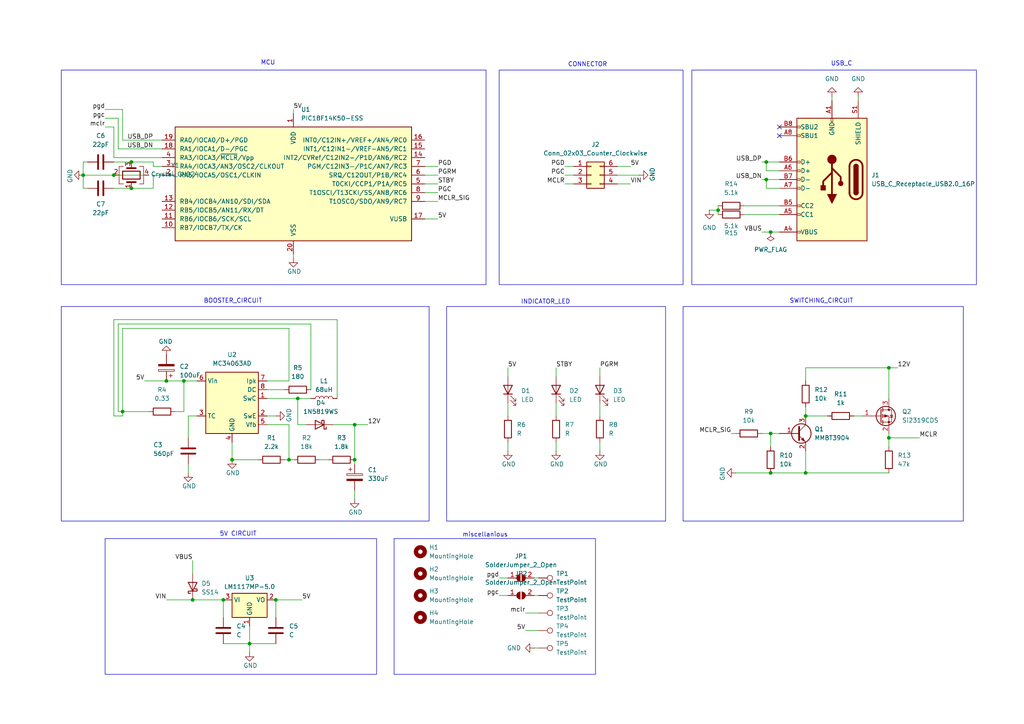
<source format=kicad_sch>
(kicad_sch (version 20231120) (generator "eeschema") (generator_version "8.0")
  (paper "A4")
  (title_block (rev "1.0"))
  (lib_symbols
    (symbol "Connector:TestPoint" (pin_numbers hide) (pin_names (offset 0.762) hide)
      (property "Reference" "TP" (at 0 6.858 0))
      (property "Value" "TestPoint" (at 0 5.08 0))
      (symbol "TestPoint_0_1"
        (circle (center 0 3.302) (radius 0.762))
      )
      (symbol "TestPoint_1_1"
        (pin passive line (at 0 0 90) (length 2.54) (name "1") (number "1"))
      )
    )
    (symbol "Connector:USB_C_Receptacle_USB2.0_16P" (pin_names (offset 1.016))
      (property "Reference" "J" (at 0 22.225 0))
      (property "Value" "USB_C_Receptacle_USB2.0_16P" (at 0 19.685 0))
      (symbol "USB_C_Receptacle_USB2.0_16P_0_0"
        (rectangle (start -0.254 -17.78) (end 0.254 -16.764))
        (rectangle (start 10.16 -14.986) (end 9.144 -15.494))
        (rectangle (start 10.16 -12.446) (end 9.144 -12.954))
        (rectangle (start 10.16 -4.826) (end 9.144 -5.334))
        (rectangle (start 10.16 -2.286) (end 9.144 -2.794))
        (rectangle (start 10.16 0.254) (end 9.144 -0.254))
        (rectangle (start 10.16 2.794) (end 9.144 2.286))
        (rectangle (start 10.16 7.874) (end 9.144 7.366))
        (rectangle (start 10.16 10.414) (end 9.144 9.906))
        (rectangle (start 10.16 15.494) (end 9.144 14.986))
      )
      (symbol "USB_C_Receptacle_USB2.0_16P_0_1"
        (rectangle (start -10.16 17.78) (end 10.16 -17.78) (stroke (width 0.254)) (fill (type background)))
        (arc (start -8.89 -3.81) (mid -6.985 -5.7067) (end -5.08 -3.81) (stroke (width 0.508)))
        (arc (start -7.62 -3.81) (mid -6.985 -4.4423) (end -6.35 -3.81) (stroke (width 0.254)))
        (arc (start -7.62 -3.81) (mid -6.985 -4.4423) (end -6.35 -3.81) (stroke (width 0.254)) (fill (type outline)))
        (rectangle (start -7.62 -3.81) (end -6.35 3.81) (stroke (width 0.254)) (fill (type outline)))
        (arc (start -6.35 3.81) (mid -6.985 4.4423) (end -7.62 3.81) (stroke (width 0.254)))
        (arc (start -6.35 3.81) (mid -6.985 4.4423) (end -7.62 3.81) (stroke (width 0.254)) (fill (type outline)))
        (arc (start -5.08 3.81) (mid -6.985 5.7067) (end -8.89 3.81) (stroke (width 0.508)))
        (circle (center -2.54 1.143) (radius 0.635) (stroke (width 0.254)) (fill (type outline)))
        (circle (center 0 -5.842) (radius 1.27) (fill (type outline)))
        (polyline (pts (xy -8.89 -3.81) (xy -8.89 3.81)) (stroke (width 0.508)))
        (polyline (pts (xy -5.08 3.81) (xy -5.08 -3.81)) (stroke (width 0.508)))
        (polyline (pts (xy 0 -5.842) (xy 0 4.318)) (stroke (width 0.508)))
        (polyline (pts (xy 0 -3.302) (xy -2.54 -0.762) (xy -2.54 0.508)) (stroke (width 0.508)))
        (polyline (pts (xy 0 -2.032) (xy 2.54 0.508) (xy 2.54 1.778)) (stroke (width 0.508)))
        (polyline (pts (xy -1.27 4.318) (xy 0 6.858) (xy 1.27 4.318) (xy -1.27 4.318)) (stroke (width 0.254)) (fill (type outline)))
        (rectangle (start 1.905 1.778) (end 3.175 3.048) (stroke (width 0.254)) (fill (type outline)))
      )
      (symbol "USB_C_Receptacle_USB2.0_16P_1_1"
        (pin passive line (at 0 -22.86 90) (length 5.08) (name "GND") (number "A1"))
        (pin passive line (at 0 -22.86 90) (length 5.08) hide (name "GND") (number "A12"))
        (pin passive line (at 15.24 15.24 180) (length 5.08) (name "VBUS") (number "A4"))
        (pin bidirectional line (at 15.24 10.16 180) (length 5.08) (name "CC1") (number "A5"))
        (pin bidirectional line (at 15.24 -2.54 180) (length 5.08) (name "D+") (number "A6"))
        (pin bidirectional line (at 15.24 2.54 180) (length 5.08) (name "D-") (number "A7"))
        (pin bidirectional line (at 15.24 -12.7 180) (length 5.08) (name "SBU1") (number "A8"))
        (pin passive line (at 15.24 15.24 180) (length 5.08) hide (name "VBUS") (number "A9"))
        (pin passive line (at 0 -22.86 90) (length 5.08) hide (name "GND") (number "B1"))
        (pin passive line (at 0 -22.86 90) (length 5.08) hide (name "GND") (number "B12"))
        (pin passive line (at 15.24 15.24 180) (length 5.08) hide (name "VBUS") (number "B4"))
        (pin bidirectional line (at 15.24 7.62 180) (length 5.08) (name "CC2") (number "B5"))
        (pin bidirectional line (at 15.24 -5.08 180) (length 5.08) (name "D+") (number "B6"))
        (pin bidirectional line (at 15.24 0 180) (length 5.08) (name "D-") (number "B7"))
        (pin bidirectional line (at 15.24 -15.24 180) (length 5.08) (name "SBU2") (number "B8"))
        (pin passive line (at 15.24 15.24 180) (length 5.08) hide (name "VBUS") (number "B9"))
        (pin passive line (at -7.62 -22.86 90) (length 5.08) (name "SHIELD") (number "S1"))
      )
    )
    (symbol "Connector_Generic:Conn_02x03_Counter_Clockwise" (pin_names (offset 1.016) hide)
      (property "Reference" "J" (at 1.27 5.08 0))
      (property "Value" "Conn_02x03_Counter_Clockwise" (at 1.27 -5.08 0))
      (symbol "Conn_02x03_Counter_Clockwise_1_1"
        (rectangle (start -1.27 -2.413) (end 0 -2.667) (stroke (width 0.1524)))
        (rectangle (start -1.27 0.127) (end 0 -0.127) (stroke (width 0.1524)))
        (rectangle (start -1.27 2.667) (end 0 2.413) (stroke (width 0.1524)))
        (rectangle (start -1.27 3.81) (end 3.81 -3.81) (stroke (width 0.254)) (fill (type background)))
        (rectangle (start 3.81 -2.413) (end 2.54 -2.667) (stroke (width 0.1524)))
        (rectangle (start 3.81 0.127) (end 2.54 -0.127) (stroke (width 0.1524)))
        (rectangle (start 3.81 2.667) (end 2.54 2.413) (stroke (width 0.1524)))
        (pin passive line (at -5.08 2.54 0) (length 3.81) (name "Pin_1") (number "1"))
        (pin passive line (at -5.08 0 0) (length 3.81) (name "Pin_2") (number "2"))
        (pin passive line (at -5.08 -2.54 0) (length 3.81) (name "Pin_3") (number "3"))
        (pin passive line (at 7.62 -2.54 180) (length 3.81) (name "Pin_4") (number "4"))
        (pin passive line (at 7.62 0 180) (length 3.81) (name "Pin_5") (number "5"))
        (pin passive line (at 7.62 2.54 180) (length 3.81) (name "Pin_6") (number "6"))
      )
    )
    (symbol "Device:C" (pin_numbers hide) (pin_names (offset 0.254))
      (property "Reference" "C" (at 0.635 2.54 0))
      (property "Value" "C" (at 0.635 -2.54 0))
      (symbol "C_0_1"
        (polyline (pts (xy -2.032 -0.762) (xy 2.032 -0.762)) (stroke (width 0.508)))
        (polyline (pts (xy -2.032 0.762) (xy 2.032 0.762)) (stroke (width 0.508)))
      )
      (symbol "C_1_1"
        (pin passive line (at 0 3.81 270) (length 2.794) (name "~") (number "1"))
        (pin passive line (at 0 -3.81 90) (length 2.794) (name "~") (number "2"))
      )
    )
    (symbol "Device:C_Polarized" (pin_numbers hide) (pin_names (offset 0.254))
      (property "Reference" "C" (at 0.635 2.54 0))
      (property "Value" "C_Polarized" (at 0.635 -2.54 0))
      (symbol "C_Polarized_0_1"
        (rectangle (start -2.286 0.508) (end 2.286 1.016))
        (polyline (pts (xy -1.778 2.286) (xy -0.762 2.286)))
        (polyline (pts (xy -1.27 2.794) (xy -1.27 1.778)))
        (rectangle (start 2.286 -0.508) (end -2.286 -1.016) (fill (type outline)))
      )
      (symbol "C_Polarized_1_1"
        (pin passive line (at 0 3.81 270) (length 2.794) (name "~") (number "1"))
        (pin passive line (at 0 -3.81 90) (length 2.794) (name "~") (number "2"))
      )
    )
    (symbol "Device:Crystal_GND24" (pin_names (offset 1.016) hide)
      (property "Reference" "Y" (at 3.175 5.08 0))
      (property "Value" "Crystal_GND24" (at 3.175 3.175 0))
      (symbol "Crystal_GND24_0_1"
        (rectangle (start -1.143 2.54) (end 1.143 -2.54) (stroke (width 0.3048)))
        (polyline (pts (xy -2.54 0) (xy -2.032 0)))
        (polyline (pts (xy -2.032 -1.27) (xy -2.032 1.27)) (stroke (width 0.508)))
        (polyline (pts (xy 0 -3.81) (xy 0 -3.556)))
        (polyline (pts (xy 0 3.556) (xy 0 3.81)))
        (polyline (pts (xy 2.032 -1.27) (xy 2.032 1.27)) (stroke (width 0.508)))
        (polyline (pts (xy 2.032 0) (xy 2.54 0)))
        (polyline (pts (xy -2.54 -2.286) (xy -2.54 -3.556) (xy 2.54 -3.556) (xy 2.54 -2.286)))
        (polyline (pts (xy -2.54 2.286) (xy -2.54 3.556) (xy 2.54 3.556) (xy 2.54 2.286)))
      )
      (symbol "Crystal_GND24_1_1"
        (pin passive line (at -3.81 0 0) (length 1.27) (name "1") (number "1"))
        (pin passive line (at 0 5.08 270) (length 1.27) (name "2") (number "2"))
        (pin passive line (at 3.81 0 180) (length 1.27) (name "3") (number "3"))
        (pin passive line (at 0 -5.08 90) (length 1.27) (name "4") (number "4"))
      )
    )
    (symbol "Device:L" (pin_numbers hide) (pin_names (offset 1.016) hide)
      (property "Reference" "L" (at -1.27 0 90))
      (property "Value" "L" (at 1.905 0 90))
      (symbol "L_0_1"
        (arc (start 0 -2.54) (mid 0.6323 -1.905) (end 0 -1.27))
        (arc (start 0 -1.27) (mid 0.6323 -0.635) (end 0 0))
        (arc (start 0 0) (mid 0.6323 0.635) (end 0 1.27))
        (arc (start 0 1.27) (mid 0.6323 1.905) (end 0 2.54))
      )
      (symbol "L_1_1"
        (pin passive line (at 0 3.81 270) (length 1.27) (name "1") (number "1"))
        (pin passive line (at 0 -3.81 90) (length 1.27) (name "2") (number "2"))
      )
    )
    (symbol "Device:LED" (pin_numbers hide) (pin_names (offset 1.016) hide)
      (property "Reference" "D" (at 0 2.54 0))
      (property "Value" "LED" (at 0 -2.54 0))
      (symbol "LED_0_1"
        (polyline (pts (xy -1.27 -1.27) (xy -1.27 1.27)) (stroke (width 0.254)))
        (polyline (pts (xy -1.27 0) (xy 1.27 0)))
        (polyline (pts (xy 1.27 -1.27) (xy 1.27 1.27) (xy -1.27 0) (xy 1.27 -1.27)) (stroke (width 0.254)))
        (polyline (pts (xy -3.048 -0.762) (xy -4.572 -2.286) (xy -3.81 -2.286) (xy -4.572 -2.286) (xy -4.572 -1.524)))
        (polyline (pts (xy -1.778 -0.762) (xy -3.302 -2.286) (xy -2.54 -2.286) (xy -3.302 -2.286) (xy -3.302 -1.524)))
      )
      (symbol "LED_1_1"
        (pin passive line (at -3.81 0 0) (length 2.54) (name "K") (number "1"))
        (pin passive line (at 3.81 0 180) (length 2.54) (name "A") (number "2"))
      )
    )
    (symbol "Device:R" (pin_numbers hide) (pin_names (offset 0))
      (property "Reference" "R" (at 2.032 0 90))
      (property "Value" "R" (at 0 0 90))
      (symbol "R_0_1"
        (rectangle (start -1.016 -2.54) (end 1.016 2.54) (stroke (width 0.254)))
      )
      (symbol "R_1_1"
        (pin passive line (at 0 3.81 270) (length 1.27) (name "~") (number "1"))
        (pin passive line (at 0 -3.81 90) (length 1.27) (name "~") (number "2"))
      )
    )
    (symbol "Diode:1N5819WS" (pin_numbers hide) (pin_names (offset 1.016) hide)
      (property "Reference" "D" (at 0 2.54 0))
      (property "Value" "1N5819WS" (at 0 -2.54 0))
      (symbol "1N5819WS_0_1"
        (polyline (pts (xy 1.27 0) (xy -1.27 0)))
        (polyline (pts (xy 1.27 1.27) (xy 1.27 -1.27) (xy -1.27 0) (xy 1.27 1.27)) (stroke (width 0.254)))
        (polyline (pts (xy -1.905 0.635) (xy -1.905 1.27) (xy -1.27 1.27) (xy -1.27 -1.27) (xy -0.635 -1.27) (xy -0.635 -0.635)) (stroke (width 0.254)))
      )
      (symbol "1N5819WS_1_1"
        (pin passive line (at -3.81 0 0) (length 2.54) (name "K") (number "1"))
        (pin passive line (at 3.81 0 180) (length 2.54) (name "A") (number "2"))
      )
    )
    (symbol "Diode:SS14" (pin_numbers hide) (pin_names (offset 1.016) hide)
      (property "Reference" "D" (at 0 2.54 0))
      (property "Value" "SS14" (at 0 -2.54 0))
      (symbol "SS14_0_1"
        (polyline (pts (xy 1.27 0) (xy -1.27 0)))
        (polyline (pts (xy 1.27 1.27) (xy 1.27 -1.27) (xy -1.27 0) (xy 1.27 1.27)) (stroke (width 0.254)))
        (polyline (pts (xy -1.905 0.635) (xy -1.905 1.27) (xy -1.27 1.27) (xy -1.27 -1.27) (xy -0.635 -1.27) (xy -0.635 -0.635)) (stroke (width 0.254)))
      )
      (symbol "SS14_1_1"
        (pin passive line (at -3.81 0 0) (length 2.54) (name "K") (number "1"))
        (pin passive line (at 3.81 0 180) (length 2.54) (name "A") (number "2"))
      )
    )
    (symbol "Jumper:SolderJumper_2_Open" (pin_names (offset 0) hide)
      (property "Reference" "JP" (at 0 2.032 0))
      (property "Value" "SolderJumper_2_Open" (at 0 -2.54 0))
      (symbol "SolderJumper_2_Open_0_1"
        (arc (start -0.254 1.016) (mid -1.2656 0) (end -0.254 -1.016))
        (arc (start -0.254 1.016) (mid -1.2656 0) (end -0.254 -1.016) (fill (type outline)))
        (polyline (pts (xy -0.254 1.016) (xy -0.254 -1.016)))
        (polyline (pts (xy 0.254 1.016) (xy 0.254 -1.016)))
        (arc (start 0.254 -1.016) (mid 1.2656 0) (end 0.254 1.016))
        (arc (start 0.254 -1.016) (mid 1.2656 0) (end 0.254 1.016) (fill (type outline)))
      )
      (symbol "SolderJumper_2_Open_1_1"
        (pin passive line (at -3.81 0 0) (length 2.54) (name "A") (number "1"))
        (pin passive line (at 3.81 0 180) (length 2.54) (name "B") (number "2"))
      )
    )
    (symbol "MCU_Microchip_PIC18:PIC18F14K50-ESS" (pin_names (offset 1.27))
      (property "Reference" "U" (at -33.02 17.78 0))
      (property "Value" "PIC18F14K50-ESS" (at 22.86 -17.78 0))
      (symbol "PIC18F14K50-ESS_0_1"
        (rectangle (start -34.29 16.51) (end 34.29 -16.51) (stroke (width 0.254)) (fill (type background)))
      )
      (symbol "PIC18F14K50-ESS_1_1"
        (pin power_in line (at 0 20.32 270) (length 3.81) (name "VDD") (number "1"))
        (pin bidirectional line (at -38.1 -12.7 0) (length 3.81) (name "RB7/IOCB7/TX/CK") (number "10"))
        (pin bidirectional line (at -38.1 -10.16 0) (length 3.81) (name "RB6/IOCB6/SCK/SCL") (number "11"))
        (pin bidirectional line (at -38.1 -7.62 0) (length 3.81) (name "RB5/IOCB5/AN11/RX/DT") (number "12"))
        (pin bidirectional line (at -38.1 -5.08 0) (length 3.81) (name "RB4/IOCB4/AN10/SDI/SDA") (number "13"))
        (pin bidirectional line (at 38.1 7.62 180) (length 3.81) (name "INT2/CVRef/C12IN2-/P1D/AN6/RC2") (number "14"))
        (pin bidirectional line (at 38.1 10.16 180) (length 3.81) (name "INT1/C12IN1-/VREF-AN5/RC1") (number "15"))
        (pin bidirectional line (at 38.1 12.7 180) (length 3.81) (name "INT0/C12IN+/VREF+/AN4/RC0") (number "16"))
        (pin passive line (at 38.1 -10.16 180) (length 3.81) (name "VUSB") (number "17"))
        (pin bidirectional line (at -38.1 10.16 0) (length 3.81) (name "RA1/IOCA1/D-/PGC") (number "18"))
        (pin bidirectional line (at -38.1 12.7 0) (length 3.81) (name "RA0/IOCA0/D+/PGD") (number "19"))
        (pin bidirectional line (at -38.1 2.54 0) (length 3.81) (name "RA5/IOCA5/OSC1/CLKIN") (number "2"))
        (pin power_in line (at 0 -20.32 90) (length 3.81) (name "VSS") (number "20"))
        (pin bidirectional line (at -38.1 5.08 0) (length 3.81) (name "RA4/IOCA3/AN3/OSC2/CLKOUT") (number "3"))
        (pin input line (at -38.1 7.62 0) (length 3.81) (name "RA3/IOCA3/~{MCLR}/Vpp") (number "4"))
        (pin bidirectional line (at 38.1 0 180) (length 3.81) (name "T0CKI/CCP1/P1A/RC5") (number "5"))
        (pin bidirectional line (at 38.1 2.54 180) (length 3.81) (name "SRQ/C12OUT/P1B/RC4") (number "6"))
        (pin bidirectional line (at 38.1 5.08 180) (length 3.81) (name "PGM/C12IN3-/P1C/AN7/RC3") (number "7"))
        (pin bidirectional line (at 38.1 -2.54 180) (length 3.81) (name "T1OSCI/T13CKI/SS/AN8/RC6") (number "8"))
        (pin bidirectional line (at 38.1 -5.08 180) (length 3.81) (name "T1OSCO/SDO/AN9/RC7") (number "9"))
      )
    )
    (symbol "Mechanical:MountingHole" (pin_names (offset 1.016))
      (property "Reference" "H" (at 0 5.08 0))
      (property "Value" "MountingHole" (at 0 3.175 0))
      (symbol "MountingHole_0_1"
        (circle (center 0 0) (radius 1.27) (stroke (width 1.27)))
      )
    )
    (symbol "Regulator_Linear:LM1117MP-5.0"
      (property "Reference" "U" (at -3.81 3.175 0))
      (property "Value" "LM1117MP-5.0" (at 0 3.175 0))
      (symbol "LM1117MP-5.0_0_1"
        (rectangle (start -5.08 -5.08) (end 5.08 1.905) (stroke (width 0.254)) (fill (type background)))
      )
      (symbol "LM1117MP-5.0_1_1"
        (pin power_in line (at 0 -7.62 90) (length 2.54) (name "GND") (number "1"))
        (pin power_out line (at 7.62 0 180) (length 2.54) (name "VO") (number "2"))
        (pin power_in line (at -7.62 0 0) (length 2.54) (name "VI") (number "3"))
      )
    )
    (symbol "Regulator_Switching:MC34063AD"
      (property "Reference" "U" (at -7.62 8.89 0))
      (property "Value" "MC34063AD" (at 0 8.89 0))
      (symbol "MC34063AD_0_1"
        (rectangle (start -7.62 7.62) (end 7.62 -10.16) (stroke (width 0.254)) (fill (type background)))
      )
      (symbol "MC34063AD_1_1"
        (pin open_collector line (at 10.16 0 180) (length 2.54) (name "SwC") (number "1"))
        (pin open_emitter line (at 10.16 -5.08 180) (length 2.54) (name "SwE") (number "2"))
        (pin passive line (at -10.16 -5.08 0) (length 2.54) (name "TC") (number "3"))
        (pin power_in line (at 0 -12.7 90) (length 2.54) (name "GND") (number "4"))
        (pin input line (at 10.16 -7.62 180) (length 2.54) (name "Vfb") (number "5"))
        (pin power_in line (at -10.16 5.08 0) (length 2.54) (name "Vin") (number "6"))
        (pin input line (at 10.16 5.08 180) (length 2.54) (name "Ipk") (number "7"))
        (pin open_collector line (at 10.16 2.54 180) (length 2.54) (name "DC") (number "8"))
      )
    )
    (symbol "Transistor_BJT:MMBT3904" (pin_names (offset 0) hide)
      (property "Reference" "Q" (at 5.08 1.905 0))
      (property "Value" "MMBT3904" (at 5.08 0 0))
      (symbol "MMBT3904_0_1"
        (polyline (pts (xy 0.635 0.635) (xy 2.54 2.54)))
        (polyline (pts (xy 0.635 -0.635) (xy 2.54 -2.54) (xy 2.54 -2.54)))
        (polyline (pts (xy 0.635 1.905) (xy 0.635 -1.905) (xy 0.635 -1.905)) (stroke (width 0.508)))
        (polyline (pts (xy 1.27 -1.778) (xy 1.778 -1.27) (xy 2.286 -2.286) (xy 1.27 -1.778) (xy 1.27 -1.778)) (fill (type outline)))
        (circle (center 1.27 0) (radius 2.8194) (stroke (width 0.254)))
      )
      (symbol "MMBT3904_1_1"
        (pin input line (at -5.08 0 0) (length 5.715) (name "B") (number "1"))
        (pin passive line (at 2.54 -5.08 90) (length 2.54) (name "E") (number "2"))
        (pin passive line (at 2.54 5.08 270) (length 2.54) (name "C") (number "3"))
      )
    )
    (symbol "Transistor_FET:Si2319CDS" (pin_names hide)
      (property "Reference" "Q" (at 5.08 1.905 0))
      (property "Value" "Si2319CDS" (at 5.08 0 0))
      (symbol "Si2319CDS_0_1"
        (polyline (pts (xy 0.254 0) (xy -2.54 0)))
        (polyline (pts (xy 0.254 1.905) (xy 0.254 -1.905)) (stroke (width 0.254)))
        (polyline (pts (xy 0.762 -1.27) (xy 0.762 -2.286)) (stroke (width 0.254)))
        (polyline (pts (xy 0.762 0.508) (xy 0.762 -0.508)) (stroke (width 0.254)))
        (polyline (pts (xy 0.762 2.286) (xy 0.762 1.27)) (stroke (width 0.254)))
        (polyline (pts (xy 2.54 2.54) (xy 2.54 1.778)))
        (polyline (pts (xy 2.54 -2.54) (xy 2.54 0) (xy 0.762 0)))
        (polyline (pts (xy 0.762 1.778) (xy 3.302 1.778) (xy 3.302 -1.778) (xy 0.762 -1.778)))
        (polyline (pts (xy 2.286 0) (xy 1.27 0.381) (xy 1.27 -0.381) (xy 2.286 0)) (fill (type outline)))
        (polyline (pts (xy 2.794 -0.508) (xy 2.921 -0.381) (xy 3.683 -0.381) (xy 3.81 -0.254)))
        (polyline (pts (xy 3.302 -0.381) (xy 2.921 0.254) (xy 3.683 0.254) (xy 3.302 -0.381)))
        (circle (center 1.651 0) (radius 2.794) (stroke (width 0.254)))
        (circle (center 2.54 -1.778) (radius 0.254) (fill (type outline)))
        (circle (center 2.54 1.778) (radius 0.254) (fill (type outline)))
      )
      (symbol "Si2319CDS_1_1"
        (pin input line (at -5.08 0 0) (length 2.54) (name "G") (number "1"))
        (pin passive line (at 2.54 -5.08 90) (length 2.54) (name "S") (number "2"))
        (pin passive line (at 2.54 5.08 270) (length 2.54) (name "D") (number "3"))
      )
    )
    (symbol "power:GND" (power) (pin_numbers hide) (pin_names (offset 0) hide)
      (property "Value" "GND" (at 0 -3.81 0))
      (symbol "GND_0_1"
        (polyline (pts (xy 0 0) (xy 0 -1.27) (xy 1.27 -1.27) (xy 0 -2.54) (xy -1.27 -1.27) (xy 0 -1.27)))
      )
      (symbol "GND_1_1"
        (pin power_in line (at 0 0 270) (length 0) (name "~") (number "1"))
      )
    )
    (symbol "power:PWR_FLAG" (power) (pin_numbers hide) (pin_names (offset 0) hide)
      (property "Value" "PWR_FLAG" (at 0 3.81 0))
      (symbol "PWR_FLAG_0_0"
        (pin power_out line (at 0 0 90) (length 0) (name "~") (number "1"))
      )
      (symbol "PWR_FLAG_0_1"
        (polyline (pts (xy 0 0) (xy 0 1.27) (xy -1.016 1.905) (xy 0 2.54) (xy 1.016 1.905) (xy 0 1.27)))
      )
    )
  )
  (junction (at 72.39 186.69))
  (junction (at 24.13 50.8))
  (junction (at 38.1 46.99))
  (junction (at 55.88 173.99))
  (junction (at 257.81 106.68))
  (junction (at 80.01 173.99))
  (junction (at 257.81 127))
  (junction (at 222.25 46.99))
  (junction (at 223.52 67.31))
  (junction (at 222.25 52.07))
  (junction (at 67.31 133.35))
  (junction (at 33.02 50.8))
  (junction (at 48.26 110.49))
  (junction (at 86.36 115.57))
  (junction (at 233.68 137.16))
  (junction (at 208.28 60.96))
  (junction (at 53.34 110.49))
  (junction (at 35.56 119.38))
  (junction (at 102.87 133.35))
  (junction (at 223.52 137.16))
  (junction (at 83.82 133.35))
  (junction (at 233.68 120.65))
  (junction (at 64.77 173.99))
  (junction (at 102.87 123.19))
  (junction (at 38.1 54.61))
  (junction (at 223.52 125.73))
  (no_connect (at 226.06 36.83))
  (no_connect (at 226.06 39.37))
  (wire (pts (xy 123.19 58.42) (xy 127 58.42)))
  (wire (pts (xy 102.87 133.35) (xy 102.87 123.19)))
  (wire (pts (xy 97.79 92.71) (xy 33.02 92.71)))
  (wire (pts (xy 123.19 55.88) (xy 127 55.88)))
  (wire (pts (xy 222.25 52.07) (xy 226.06 52.07)))
  (wire (pts (xy 257.81 127) (xy 266.7 127)))
  (wire (pts (xy 123.19 50.8) (xy 127 50.8)))
  (wire (pts (xy 83.82 123.19) (xy 83.82 133.35)))
  (wire (pts (xy 25.4 46.99) (xy 24.13 46.99)))
  (wire (pts (xy 102.87 134.62) (xy 102.87 133.35)))
  (wire (pts (xy 241.3 27.94) (xy 241.3 29.21)))
  (wire (pts (xy 77.47 123.19) (xy 83.82 123.19)))
  (wire (pts (xy 163.83 50.8) (xy 166.37 50.8)))
  (wire (pts (xy 33.02 36.83) (xy 33.02 45.72)))
  (wire (pts (xy 85.09 73.66) (xy 85.09 74.93)))
  (wire (pts (xy 208.28 59.69) (xy 208.28 60.96)))
  (wire (pts (xy 257.81 106.68) (xy 257.81 115.57)))
  (wire (pts (xy 163.83 53.34) (xy 166.37 53.34)))
  (wire (pts (xy 64.77 186.69) (xy 72.39 186.69)))
  (wire (pts (xy 233.68 137.16) (xy 257.81 137.16)))
  (wire (pts (xy 220.98 67.31) (xy 223.52 67.31)))
  (wire (pts (xy 24.13 50.8) (xy 33.02 50.8)))
  (wire (pts (xy 50.8 119.38) (xy 53.34 119.38)))
  (wire (pts (xy 86.36 123.19) (xy 86.36 115.57)))
  (wire (pts (xy 213.36 137.16) (xy 223.52 137.16)))
  (wire (pts (xy 55.88 173.99) (xy 64.77 173.99)))
  (wire (pts (xy 215.9 62.23) (xy 226.06 62.23)))
  (wire (pts (xy 223.52 125.73) (xy 223.52 129.54)))
  (wire (pts (xy 80.01 173.99) (xy 87.63 173.99)))
  (wire (pts (xy 35.56 40.64) (xy 46.99 40.64)))
  (wire (pts (xy 25.4 54.61) (xy 24.13 54.61)))
  (wire (pts (xy 123.19 48.26) (xy 127 48.26)))
  (wire (pts (xy 233.68 118.11) (xy 233.68 120.65)))
  (wire (pts (xy 222.25 49.53) (xy 222.25 46.99)))
  (wire (pts (xy 41.91 110.49) (xy 48.26 110.49)))
  (wire (pts (xy 161.29 116.84) (xy 161.29 120.65)))
  (wire (pts (xy 77.47 115.57) (xy 86.36 115.57)))
  (wire (pts (xy 97.79 115.57) (xy 97.79 92.71)))
  (wire (pts (xy 64.77 173.99) (xy 64.77 179.07)))
  (wire (pts (xy 38.1 54.61) (xy 44.45 54.61)))
  (wire (pts (xy 257.81 125.73) (xy 257.81 127)))
  (wire (pts (xy 208.28 62.23) (xy 208.28 60.96)))
  (wire (pts (xy 54.61 134.62) (xy 54.61 137.16)))
  (wire (pts (xy 55.88 162.56) (xy 55.88 166.37)))
  (wire (pts (xy 44.45 54.61) (xy 44.45 50.8)))
  (wire (pts (xy 35.56 119.38) (xy 35.56 120.65)))
  (wire (pts (xy 208.28 60.96) (xy 205.74 60.96)))
  (wire (pts (xy 83.82 110.49) (xy 83.82 95.25)))
  (wire (pts (xy 53.34 110.49) (xy 57.15 110.49)))
  (wire (pts (xy 80.01 186.69) (xy 72.39 186.69)))
  (wire (pts (xy 223.52 137.16) (xy 233.68 137.16)))
  (wire (pts (xy 90.17 113.03) (xy 90.17 93.98)))
  (wire (pts (xy 179.07 50.8) (xy 185.42 50.8)))
  (wire (pts (xy 233.68 106.68) (xy 257.81 106.68)))
  (wire (pts (xy 226.06 49.53) (xy 222.25 49.53)))
  (wire (pts (xy 102.87 142.24) (xy 102.87 144.78)))
  (wire (pts (xy 33.02 50.8) (xy 43.18 50.8)))
  (wire (pts (xy 161.29 128.27) (xy 161.29 130.81)))
  (wire (pts (xy 220.98 125.73) (xy 223.52 125.73)))
  (wire (pts (xy 154.94 187.96) (xy 156.21 187.96)))
  (wire (pts (xy 147.32 116.84) (xy 147.32 120.65)))
  (wire (pts (xy 86.36 123.19) (xy 88.9 123.19)))
  (wire (pts (xy 35.56 119.38) (xy 43.18 119.38)))
  (wire (pts (xy 35.56 95.25) (xy 35.56 119.38)))
  (wire (pts (xy 173.99 116.84) (xy 173.99 120.65)))
  (wire (pts (xy 163.83 48.26) (xy 166.37 48.26)))
  (wire (pts (xy 161.29 106.68) (xy 161.29 109.22)))
  (wire (pts (xy 24.13 54.61) (xy 24.13 50.8)))
  (wire (pts (xy 30.48 36.83) (xy 33.02 36.83)))
  (wire (pts (xy 247.65 120.65) (xy 250.19 120.65)))
  (wire (pts (xy 179.07 48.26) (xy 182.88 48.26)))
  (wire (pts (xy 257.81 127) (xy 257.81 129.54)))
  (wire (pts (xy 34.29 93.98) (xy 34.29 119.38)))
  (wire (pts (xy 152.4 182.88) (xy 156.21 182.88)))
  (wire (pts (xy 44.45 46.99) (xy 44.45 48.26)))
  (wire (pts (xy 123.19 53.34) (xy 127 53.34)))
  (wire (pts (xy 67.31 128.27) (xy 67.31 133.35)))
  (wire (pts (xy 152.4 177.8) (xy 156.21 177.8)))
  (wire (pts (xy 154.94 167.64) (xy 156.21 167.64)))
  (wire (pts (xy 33.02 92.71) (xy 33.02 120.65)))
  (wire (pts (xy 144.78 172.72) (xy 147.32 172.72)))
  (wire (pts (xy 30.48 31.75) (xy 35.56 31.75)))
  (wire (pts (xy 53.34 119.38) (xy 53.34 110.49)))
  (wire (pts (xy 24.13 46.99) (xy 24.13 50.8)))
  (wire (pts (xy 215.9 59.69) (xy 226.06 59.69)))
  (wire (pts (xy 54.61 127) (xy 54.61 120.65)))
  (wire (pts (xy 33.02 120.65) (xy 35.56 120.65)))
  (wire (pts (xy 144.78 167.64) (xy 147.32 167.64)))
  (wire (pts (xy 34.29 119.38) (xy 35.56 119.38)))
  (wire (pts (xy 173.99 128.27) (xy 173.99 130.81)))
  (wire (pts (xy 34.29 34.29) (xy 34.29 43.18)))
  (wire (pts (xy 83.82 133.35) (xy 85.09 133.35)))
  (wire (pts (xy 223.52 125.73) (xy 226.06 125.73)))
  (wire (pts (xy 154.94 172.72) (xy 156.21 172.72)))
  (wire (pts (xy 34.29 43.18) (xy 46.99 43.18)))
  (wire (pts (xy 85.09 31.75) (xy 85.09 33.02)))
  (wire (pts (xy 147.32 128.27) (xy 147.32 130.81)))
  (wire (pts (xy 173.99 106.68) (xy 173.99 109.22)))
  (wire (pts (xy 33.02 45.72) (xy 46.99 45.72)))
  (wire (pts (xy 77.47 113.03) (xy 82.55 113.03)))
  (wire (pts (xy 233.68 130.81) (xy 233.68 137.16)))
  (wire (pts (xy 222.25 54.61) (xy 222.25 52.07)))
  (wire (pts (xy 77.47 120.65) (xy 80.01 120.65)))
  (wire (pts (xy 233.68 120.65) (xy 240.03 120.65)))
  (wire (pts (xy 257.81 106.68) (xy 260.35 106.68)))
  (wire (pts (xy 179.07 53.34) (xy 182.88 53.34)))
  (wire (pts (xy 82.55 133.35) (xy 83.82 133.35)))
  (wire (pts (xy 48.26 173.99) (xy 55.88 173.99)))
  (wire (pts (xy 33.02 54.61) (xy 38.1 54.61)))
  (wire (pts (xy 222.25 46.99) (xy 226.06 46.99)))
  (wire (pts (xy 44.45 48.26) (xy 46.99 48.26)))
  (wire (pts (xy 80.01 173.99) (xy 80.01 179.07)))
  (wire (pts (xy 96.52 123.19) (xy 102.87 123.19)))
  (wire (pts (xy 30.48 34.29) (xy 34.29 34.29)))
  (wire (pts (xy 86.36 115.57) (xy 90.17 115.57)))
  (wire (pts (xy 123.19 63.5) (xy 127 63.5)))
  (wire (pts (xy 72.39 181.61) (xy 72.39 186.69)))
  (wire (pts (xy 233.68 110.49) (xy 233.68 106.68)))
  (wire (pts (xy 147.32 106.68) (xy 147.32 109.22)))
  (wire (pts (xy 220.98 46.99) (xy 222.25 46.99)))
  (wire (pts (xy 54.61 120.65) (xy 57.15 120.65)))
  (wire (pts (xy 77.47 110.49) (xy 83.82 110.49)))
  (wire (pts (xy 44.45 50.8) (xy 46.99 50.8)))
  (wire (pts (xy 72.39 186.69) (xy 72.39 189.23)))
  (wire (pts (xy 35.56 31.75) (xy 35.56 40.64)))
  (wire (pts (xy 92.71 133.35) (xy 95.25 133.35)))
  (wire (pts (xy 102.87 123.19) (xy 106.68 123.19)))
  (wire (pts (xy 212.09 125.73) (xy 213.36 125.73)))
  (wire (pts (xy 90.17 93.98) (xy 34.29 93.98)))
  (wire (pts (xy 83.82 95.25) (xy 35.56 95.25)))
  (wire (pts (xy 38.1 46.99) (xy 44.45 46.99)))
  (wire (pts (xy 226.06 54.61) (xy 222.25 54.61)))
  (wire (pts (xy 223.52 67.31) (xy 226.06 67.31)))
  (wire (pts (xy 220.98 52.07) (xy 222.25 52.07)))
  (wire (pts (xy 33.02 46.99) (xy 38.1 46.99)))
  (wire (pts (xy 48.26 110.49) (xy 53.34 110.49)))
  (wire (pts (xy 248.92 27.94) (xy 248.92 29.21)))
  (wire (pts (xy 67.31 133.35) (xy 74.93 133.35)))
  (rectangle (start 30.48 156.21) (end 109.22 195.58))
  (rectangle (start 144.78 20.32) (end 198.12 82.55))
  (rectangle (start 17.78 88.9) (end 124.46 151.13))
  (rectangle (start 114.3 156.21) (end 172.72 195.58))
  (rectangle (start 198.12 88.9) (end 279.4 151.13))
  (rectangle (start 200.66 20.32) (end 283.21 82.55))
  (rectangle (start 129.54 88.9) (end 193.04 151.13))
  (rectangle (start 17.78 20.32) (end 140.97 82.55))
  (text "USB_C" (at 244.094 18.542 0) (effects (font (size 1.27 1.27))))
  (text "5V CIRCUIT" (at 69.088 154.94 0) (effects (font (size 1.27 1.27))))
  (text "SWITCHING_CIRCUIT" (at 238.252 87.376 0) (effects (font (size 1.27 1.27))))
  (text "INDICATOR_LED" (at 158.242 87.63 0) (effects (font (size 1.27 1.27))))
  (text "BOOSTER_CIRCUIT" (at 67.564 87.376 0) (effects (font (size 1.27 1.27))))
  (text "MCU" (at 77.724 18.288 0) (effects (font (size 1.27 1.27))))
  (text "CONNECTOR" (at 170.434 18.796 0) (effects (font (size 1.27 1.27))))
  (text "miscellanious" (at 140.716 155.194 0) (effects (font (size 1.27 1.27))))
  (label "MCLR_SIG" (at 212.09 125.73 180))
  (label "PGD" (at 127 48.26 0))
  (label "5V" (at 152.4 182.88 180))
  (label "5V" (at 85.09 31.75 0))
  (label "VBUS" (at 220.98 67.31 180))
  (label "MCLR" (at 266.7 127 0))
  (label "USB_DP" (at 44.45 40.64 180))
  (label "STBY" (at 127 53.34 0))
  (label "PGRM" (at 127 50.8 0))
  (label "USB_DN" (at 220.98 52.07 180))
  (label "USB_DP" (at 220.98 46.99 180))
  (label "MCLR_SIG" (at 127 58.42 0))
  (label "PGC" (at 127 55.88 0))
  (label "pgd" (at 30.48 31.75 180))
  (label "12V" (at 106.68 123.19 0))
  (label "pgd" (at 144.78 167.64 180))
  (label "USB_DN" (at 44.45 43.18 180))
  (label "5V" (at 41.91 110.49 180))
  (label "VIN" (at 182.88 53.34 0))
  (label "VIN" (at 48.26 173.99 180))
  (label "5V" (at 147.32 106.68 0))
  (label "pgc" (at 144.78 172.72 180))
  (label "mclr" (at 30.48 36.83 180))
  (label "12V" (at 260.35 106.68 0))
  (label "STBY" (at 161.29 106.68 0))
  (label "PGRM" (at 173.99 106.68 0))
  (label "mclr" (at 152.4 177.8 180))
  (label "5V" (at 127 63.5 0))
  (label "5V" (at 87.63 173.99 0))
  (label "PGD" (at 163.83 48.26 180))
  (label "PGC" (at 163.83 50.8 180))
  (label "VBUS" (at 55.88 162.56 180))
  (label "MCLR" (at 163.83 53.34 180))
  (label "5V" (at 182.88 48.26 0))
  (label "pgc" (at 30.48 34.29 180))
  (symbol (lib_id "Connector:TestPoint") (at 156.21 172.72 270) (unit 1)
    (property "Reference" "TP2" (at 161.29 171.4499 90) (effects (justify left)))
    (property "Value" "TestPoint" (at 161.29 173.9899 90) (effects (justify left)))
    (property "Footprint" "TestPoint:TestPoint_Pad_D1.0mm" (effects (hide yes)))
    (property "Description" "test point" (effects (hide yes)))
  )
  (symbol (lib_id "power:GND") (at 24.13 50.8 270) (unit 1)
    (property "Reference" "#PWR04" (effects (hide yes)))
    (property "Value" "GND" (at 20.32 53.086 0) (effects (justify right)))
    (property "Description" "Power symbol creates a global label with name \"GND\" , ground" (effects (hide yes)))
  )
  (symbol (lib_id "Mechanical:MountingHole") (at 121.92 172.72 0) (unit 1)
    (property "Reference" "H3" (at 124.46 171.4499 0) (effects (justify left)))
    (property "Value" "MountingHole" (at 124.46 173.9899 0) (effects (justify left)))
    (property "Footprint" "MountingHole:MountingHole_2.2mm_M2" (effects (hide yes)))
    (property "Description" "Mounting Hole without connection" (effects (hide yes)))
  )
  (symbol (lib_id "Device:R") (at 161.29 124.46 0) (unit 1)
    (property "Reference" "R7" (at 163.83 123.1899 0) (effects (justify left)))
    (property "Value" "R" (at 163.83 125.7299 0) (effects (justify left)))
    (property "Footprint" "Resistor_SMD:R_1206_3216Metric_Pad1.30x1.75mm_HandSolder" (effects (hide yes)))
    (property "Description" "Resistor" (effects (hide yes)))
  )
  (symbol (lib_id "Device:R") (at 173.99 124.46 0) (unit 1)
    (property "Reference" "R8" (at 176.53 123.1899 0) (effects (justify left)))
    (property "Value" "R" (at 176.53 125.7299 0) (effects (justify left)))
    (property "Footprint" "Resistor_SMD:R_1206_3216Metric_Pad1.30x1.75mm_HandSolder" (effects (hide yes)))
    (property "Description" "Resistor" (effects (hide yes)))
  )
  (symbol (lib_id "power:PWR_FLAG") (at 223.52 67.31 180) (unit 1)
    (property "Reference" "#FLG01" (effects (hide yes)))
    (property "Value" "PWR_FLAG" (at 223.52 72.39 0))
    (property "Description" "Special symbol for telling ERC where power comes from" (effects (hide yes)))
  )
  (symbol (lib_id "Jumper:SolderJumper_2_Open") (at 151.13 172.72 0) (unit 1)
    (property "Reference" "JP2" (at 151.13 166.37 0))
    (property "Value" "SolderJumper_2_Open" (at 151.13 168.91 0))
    (property "Footprint" "Jumper:SolderJumper-2_P1.3mm_Open_Pad1.0x1.5mm" (effects (hide yes)))
    (property "Description" "Solder Jumper, 2-pole, open" (effects (hide yes)))
  )
  (symbol (lib_id "Device:R") (at 147.32 124.46 0) (unit 1)
    (property "Reference" "R6" (at 149.86 123.1899 0) (effects (justify left)))
    (property "Value" "R" (at 149.86 125.7299 0) (effects (justify left)))
    (property "Footprint" "Resistor_SMD:R_1206_3216Metric_Pad1.30x1.75mm_HandSolder" (effects (hide yes)))
    (property "Description" "Resistor" (effects (hide yes)))
  )
  (symbol (lib_id "Device:C") (at 80.01 182.88 0) (unit 1)
    (property "Reference" "C5" (at 83.82 181.6099 0) (effects (justify left)))
    (property "Value" "C" (at 83.82 184.1499 0) (effects (justify left)))
    (property "Footprint" "Capacitor_SMD:C_1206_3216Metric_Pad1.33x1.80mm_HandSolder" (effects (hide yes)))
    (property "Description" "Unpolarized capacitor" (effects (hide yes)))
  )
  (symbol (lib_id "Device:LED") (at 161.29 113.03 90) (unit 1)
    (property "Reference" "D2" (at 165.1 113.3474 90) (effects (justify right)))
    (property "Value" "LED" (at 165.1 115.8874 90) (effects (justify right)))
    (property "Footprint" "LED_SMD:LED_1206_3216Metric_Pad1.42x1.75mm_HandSolder" (effects (hide yes)))
    (property "Description" "Light emitting diode" (effects (hide yes)))
  )
  (symbol (lib_id "Connector:USB_C_Receptacle_USB2.0_16P") (at 241.3 52.07 180) (unit 1)
    (property "Reference" "J1" (at 252.73 50.7999 0) (effects (justify right)))
    (property "Value" "USB_C_Receptacle_USB2.0_16P" (at 252.73 53.3399 0) (effects (justify right)))
    (property "Footprint" "Connector_USB:USB_C_Receptacle_G-Switch_GT-USB-7010ASV" (effects (hide yes)))
    (property "Datasheet" "https://www.usb.org/sites/default/files/documents/usb_type-c.zip" (effects (hide yes)))
    (property "Description" "USB 2.0-only 16P Type-C Receptacle connector" (effects (hide yes)))
  )
  (symbol (lib_id "Device:R") (at 257.81 133.35 0) (unit 1)
    (property "Reference" "R13" (at 260.35 132.0799 0) (effects (justify left)))
    (property "Value" "47k" (at 260.35 134.6199 0) (effects (justify left)))
    (property "Footprint" "Resistor_SMD:R_1206_3216Metric_Pad1.30x1.75mm_HandSolder" (effects (hide yes)))
    (property "Description" "Resistor" (effects (hide yes)))
  )
  (symbol (lib_id "Device:R") (at 46.99 119.38 90) (unit 1)
    (property "Reference" "R4" (at 46.99 113.03 90))
    (property "Value" "0.33" (at 46.99 115.57 90))
    (property "Footprint" "Resistor_SMD:R_1206_3216Metric_Pad1.30x1.75mm_HandSolder" (effects (hide yes)))
    (property "Description" "Resistor" (effects (hide yes)))
  )
  (symbol (lib_id "Device:R") (at 78.74 133.35 90) (unit 1)
    (property "Reference" "R1" (at 78.74 127 90))
    (property "Value" "2.2k" (at 78.74 129.54 90))
    (property "Footprint" "Resistor_SMD:R_1206_3216Metric_Pad1.30x1.75mm_HandSolder" (effects (hide yes)))
    (property "Description" "Resistor" (effects (hide yes)))
  )
  (symbol (lib_id "Device:R") (at 99.06 133.35 90) (unit 1)
    (property "Reference" "R3" (at 99.06 127 90))
    (property "Value" "1.8k" (at 99.06 129.54 90))
    (property "Footprint" "Resistor_SMD:R_1206_3216Metric_Pad1.30x1.75mm_HandSolder" (effects (hide yes)))
    (property "Description" "Resistor" (effects (hide yes)))
  )
  (symbol (lib_id "Connector:TestPoint") (at 156.21 187.96 270) (unit 1)
    (property "Reference" "TP5" (at 161.29 186.6899 90) (effects (justify left)))
    (property "Value" "TestPoint" (at 161.29 189.2299 90) (effects (justify left)))
    (property "Footprint" "TestPoint:TestPoint_Pad_D1.0mm" (effects (hide yes)))
    (property "Description" "test point" (effects (hide yes)))
  )
  (symbol (lib_id "Device:R") (at 212.09 62.23 90) (unit 1)
    (property "Reference" "R15" (at 212.09 67.564 90))
    (property "Value" "5.1k" (at 212.09 65.532 90))
    (property "Footprint" "Resistor_SMD:R_1206_3216Metric_Pad1.30x1.75mm_HandSolder" (effects (hide yes)))
    (property "Description" "Resistor" (effects (hide yes)))
  )
  (symbol (lib_id "Connector:TestPoint") (at 156.21 182.88 270) (unit 1)
    (property "Reference" "TP4" (at 161.29 181.6099 90) (effects (justify left)))
    (property "Value" "TestPoint" (at 161.29 184.1499 90) (effects (justify left)))
    (property "Footprint" "TestPoint:TestPoint_Pad_D1.0mm" (effects (hide yes)))
    (property "Description" "test point" (effects (hide yes)))
  )
  (symbol (lib_id "power:GND") (at 205.74 60.96 0) (unit 1)
    (property "Reference" "#PWR03" (effects (hide yes)))
    (property "Value" "GND" (at 205.74 66.04 0))
    (property "Description" "Power symbol creates a global label with name \"GND\" , ground" (effects (hide yes)))
  )
  (symbol (lib_id "Device:L") (at 93.98 115.57 90) (unit 1)
    (property "Reference" "L1" (at 93.98 110.49 90))
    (property "Value" "68uH" (at 93.98 113.03 90))
    (property "Footprint" "Inductor_SMD:L_Sunlord_SWPA6045S" (effects (hide yes)))
    (property "Description" "Inductor" (effects (hide yes)))
  )
  (symbol (lib_id "power:GND") (at 213.36 137.16 270) (unit 1)
    (property "Reference" "#PWR015" (effects (hide yes)))
    (property "Value" "GND" (at 209.55 139.446 0) (effects (justify right)))
    (property "Description" "Power symbol creates a global label with name \"GND\" , ground" (effects (hide yes)))
  )
  (symbol (lib_id "Transistor_FET:Si2319CDS") (at 255.27 120.65 0) (unit 1)
    (property "Reference" "Q2" (at 261.62 119.3799 0) (effects (justify left)))
    (property "Value" "Si2319CDS" (at 261.62 121.9199 0) (effects (justify left)))
    (property "Footprint" "Package_TO_SOT_SMD:SOT-23_Handsoldering" (effects (hide yes)))
    (property "Datasheet" "http://www.vishay.com/docs/66709/si2319cd.pdf" (effects (hide yes)))
    (property "Description" "-4.4A Id, -40V Vds, P-Channel MOSFET, SOT-23" (effects (hide yes)))
  )
  (symbol (lib_id "Jumper:SolderJumper_2_Open") (at 151.13 167.64 0) (unit 1)
    (property "Reference" "JP1" (at 151.13 161.29 0))
    (property "Value" "SolderJumper_2_Open" (at 151.13 163.83 0))
    (property "Footprint" "Jumper:SolderJumper-2_P1.3mm_Open_Pad1.0x1.5mm" (effects (hide yes)))
    (property "Description" "Solder Jumper, 2-pole, open" (effects (hide yes)))
  )
  (symbol (lib_id "power:GND") (at 173.99 130.81 0) (unit 1)
    (property "Reference" "#PWR08" (effects (hide yes)))
    (property "Value" "GND" (at 176.276 134.62 0) (effects (justify right)))
    (property "Description" "Power symbol creates a global label with name \"GND\" , ground" (effects (hide yes)))
  )
  (symbol (lib_id "Device:R") (at 86.36 113.03 90) (unit 1)
    (property "Reference" "R5" (at 86.36 106.68 90))
    (property "Value" "180" (at 86.36 109.22 90))
    (property "Footprint" "Resistor_SMD:R_1206_3216Metric_Pad1.30x1.75mm_HandSolder" (effects (hide yes)))
    (property "Description" "Resistor" (effects (hide yes)))
  )
  (symbol (lib_id "power:GND") (at 72.39 189.23 0) (unit 1)
    (property "Reference" "#PWR016" (effects (hide yes)))
    (property "Value" "GND" (at 74.676 193.04 0) (effects (justify right)))
    (property "Description" "Power symbol creates a global label with name \"GND\" , ground" (effects (hide yes)))
  )
  (symbol (lib_id "Regulator_Switching:MC34063AD") (at 67.31 115.57 0) (unit 1)
    (property "Reference" "U2" (at 67.31 102.87 0))
    (property "Value" "MC34063AD" (at 67.31 105.41 0))
    (property "Footprint" "Package_SO:SOIC-8_3.9x4.9mm_P1.27mm" (effects (hide yes)))
    (property "Datasheet" "http://www.onsemi.com/pub_link/Collateral/MC34063A-D.PDF" (effects (hide yes)))
    (property "Description" "1.5A, step-up/down/inverting switching regulator, 3-40V Vin, 100kHz, SO-8" (effects (hide yes)))
  )
  (symbol (lib_id "Device:C") (at 29.21 46.99 90) (unit 1)
    (property "Reference" "C6" (at 29.21 39.37 90))
    (property "Value" "22pF" (at 29.21 41.91 90))
    (property "Footprint" "Capacitor_SMD:C_1206_3216Metric_Pad1.33x1.80mm_HandSolder" (effects (hide yes)))
    (property "Description" "Unpolarized capacitor" (effects (hide yes)))
  )
  (symbol (lib_id "Device:C") (at 64.77 182.88 0) (unit 1)
    (property "Reference" "C4" (at 68.58 181.6099 0) (effects (justify left)))
    (property "Value" "C" (at 68.58 184.1499 0) (effects (justify left)))
    (property "Footprint" "Capacitor_SMD:C_1206_3216Metric_Pad1.33x1.80mm_HandSolder" (effects (hide yes)))
    (property "Description" "Unpolarized capacitor" (effects (hide yes)))
  )
  (symbol (lib_id "power:GND") (at 248.92 27.94 180) (unit 1)
    (property "Reference" "#PWR01" (effects (hide yes)))
    (property "Value" "GND" (at 248.92 22.86 0))
    (property "Description" "Power symbol creates a global label with name \"GND\" , ground" (effects (hide yes)))
  )
  (symbol (lib_id "Device:R") (at 88.9 133.35 90) (unit 1)
    (property "Reference" "R2" (at 88.9 127 90))
    (property "Value" "18k" (at 88.9 129.54 90))
    (property "Footprint" "Resistor_SMD:R_1206_3216Metric_Pad1.30x1.75mm_HandSolder" (effects (hide yes)))
    (property "Description" "Resistor" (effects (hide yes)))
  )
  (symbol (lib_id "MCU_Microchip_PIC18:PIC18F14K50-ESS") (at 85.09 53.34 0) (unit 1)
    (property "Reference" "U1" (at 87.2841 31.75 0) (effects (justify left)))
    (property "Value" "PIC18F14K50-ESS" (at 87.2841 34.29 0) (effects (justify left)))
    (property "Footprint" "Package_SO:SSOP-20_5.3x7.2mm_P0.65mm" (effects (hide yes)))
    (property "Datasheet" "http://ww1.microchip.com/downloads/en/devicedoc/41350c.pdf" (effects (hide yes)))
    (property "Description" "16K Flash, 768 SRAM, 256 EEPROM, USB, nanoWatt XLP, SSOP20" (effects (hide yes)))
  )
  (symbol (lib_id "power:GND") (at 67.31 133.35 0) (unit 1)
    (property "Reference" "#PWR012" (effects (hide yes)))
    (property "Value" "GND" (at 69.596 137.16 0) (effects (justify right)))
    (property "Description" "Power symbol creates a global label with name \"GND\" , ground" (effects (hide yes)))
  )
  (symbol (lib_id "Device:C") (at 54.61 130.81 0) (unit 1)
    (property "Reference" "C3" (at 44.45 129.032 0) (effects (justify left)))
    (property "Value" "560pF" (at 44.45 131.572 0) (effects (justify left)))
    (property "Footprint" "Capacitor_SMD:C_1206_3216Metric_Pad1.33x1.80mm_HandSolder" (effects (hide yes)))
    (property "Description" "Unpolarized capacitor" (effects (hide yes)))
  )
  (symbol (lib_id "Transistor_BJT:MMBT3904") (at 231.14 125.73 0) (unit 1)
    (property "Reference" "Q1" (at 236.22 124.4599 0) (effects (justify left)))
    (property "Value" "MMBT3904" (at 236.22 126.9999 0) (effects (justify left)))
    (property "Footprint" "Package_TO_SOT_SMD:SOT-23_Handsoldering" (effects (hide yes)))
    (property "Datasheet" "https://www.onsemi.com/pdf/datasheet/pzt3904-d.pdf" (effects (hide yes)))
    (property "Description" "0.2A Ic, 40V Vce, Small Signal NPN Transistor, SOT-23" (effects (hide yes)))
  )
  (symbol (lib_id "power:GND") (at 161.29 130.81 0) (unit 1)
    (property "Reference" "#PWR07" (effects (hide yes)))
    (property "Value" "GND" (at 163.576 134.62 0) (effects (justify right)))
    (property "Description" "Power symbol creates a global label with name \"GND\" , ground" (effects (hide yes)))
  )
  (symbol (lib_id "Regulator_Linear:LM1117MP-5.0") (at 72.39 173.99 0) (unit 1)
    (property "Reference" "U3" (at 72.39 167.64 0))
    (property "Value" "LM1117MP-5.0" (at 72.39 170.18 0))
    (property "Footprint" "Package_TO_SOT_SMD:SOT-223-3_TabPin2" (effects (hide yes)))
    (property "Datasheet" "http://www.ti.com/lit/ds/symlink/lm1117.pdf" (effects (hide yes)))
    (property "Description" "800mA Low-Dropout Linear Regulator, 5.0V fixed output, SOT-223" (effects (hide yes)))
  )
  (symbol (lib_id "Mechanical:MountingHole") (at 121.92 179.07 0) (unit 1)
    (property "Reference" "H4" (at 124.46 177.7999 0) (effects (justify left)))
    (property "Value" "MountingHole" (at 124.46 180.3399 0) (effects (justify left)))
    (property "Footprint" "MountingHole:MountingHole_2.2mm_M2" (effects (hide yes)))
    (property "Description" "Mounting Hole without connection" (effects (hide yes)))
  )
  (symbol (lib_id "Diode:1N5819WS") (at 92.71 123.19 180) (unit 1)
    (property "Reference" "D4" (at 93.0275 116.84 0))
    (property "Value" "1N5819WS" (at 93.0275 119.38 0))
    (property "Footprint" "Diode_SMD:D_SOD-323_HandSoldering" (effects (hide yes)))
    (property "Datasheet" "https://datasheet.lcsc.com/lcsc/2204281430_Guangdong-Hottech-1N5819WS_C191023.pdf" (effects (hide yes)))
    (property "Description" "40V 600mV@1A 1A SOD-323 Schottky Barrier Diodes, SOD-323" (effects (hide yes)))
  )
  (symbol (lib_id "Mechanical:MountingHole") (at 121.92 166.37 0) (unit 1)
    (property "Reference" "H2" (at 124.46 165.0999 0) (effects (justify left)))
    (property "Value" "MountingHole" (at 124.46 167.6399 0) (effects (justify left)))
    (property "Footprint" "MountingHole:MountingHole_2.2mm_M2" (effects (hide yes)))
    (property "Description" "Mounting Hole without connection" (effects (hide yes)))
  )
  (symbol (lib_id "Device:R") (at 223.52 133.35 0) (unit 1)
    (property "Reference" "R10" (at 226.06 132.0799 0) (effects (justify left)))
    (property "Value" "10k" (at 226.06 134.6199 0) (effects (justify left)))
    (property "Footprint" "Resistor_SMD:R_1206_3216Metric_Pad1.30x1.75mm_HandSolder" (effects (hide yes)))
    (property "Description" "Resistor" (effects (hide yes)))
  )
  (symbol (lib_id "power:GND") (at 154.94 187.96 270) (unit 1)
    (property "Reference" "#PWR017" (effects (hide yes)))
    (property "Value" "GND" (at 151.13 187.9599 90) (effects (justify right)))
    (property "Description" "Power symbol creates a global label with name \"GND\" , ground" (effects (hide yes)))
  )
  (symbol (lib_id "Device:C_Polarized") (at 102.87 138.43 0) (unit 1)
    (property "Reference" "C1" (at 106.68 136.2709 0) (effects (justify left)))
    (property "Value" "330uF" (at 106.68 138.8109 0) (effects (justify left)))
    (property "Footprint" "Capacitor_SMD:CP_Elec_6.3x5.3" (effects (hide yes)))
    (property "Description" "Polarized capacitor" (effects (hide yes)))
  )
  (symbol (lib_id "Connector_Generic:Conn_02x03_Counter_Clockwise") (at 171.45 50.8 0) (unit 1)
    (property "Reference" "J2" (at 172.72 41.91 0))
    (property "Value" "Conn_02x03_Counter_Clockwise" (at 172.72 44.45 0))
    (property "Footprint" "Connector_PinHeader_2.54mm:PinHeader_2x03_P2.54mm_Vertical" (effects (hide yes)))
    (property "Description" "Generic connector, double row, 02x03, counter clockwise pin numbering scheme (similar to DIP package numbering), script generated (kicad-library-utils/schlib/autogen/connector/)" (effects (hide yes)))
  )
  (symbol (lib_id "power:GND") (at 241.3 27.94 180) (unit 1)
    (property "Reference" "#PWR02" (effects (hide yes)))
    (property "Value" "GND" (at 241.3 22.86 0))
    (property "Description" "Power symbol creates a global label with name \"GND\" , ground" (effects (hide yes)))
  )
  (symbol (lib_id "Device:C") (at 29.21 54.61 90) (unit 1)
    (property "Reference" "C7" (at 29.21 59.182 90))
    (property "Value" "22pF" (at 29.21 61.722 90))
    (property "Footprint" "Capacitor_SMD:C_1206_3216Metric_Pad1.33x1.80mm_HandSolder" (effects (hide yes)))
    (property "Description" "Unpolarized capacitor" (effects (hide yes)))
  )
  (symbol (lib_id "power:GND") (at 85.09 74.93 0) (unit 1)
    (property "Reference" "#PWR05" (effects (hide yes)))
    (property "Value" "GND" (at 87.376 78.74 0) (effects (justify right)))
    (property "Description" "Power symbol creates a global label with name \"GND\" , ground" (effects (hide yes)))
  )
  (symbol (lib_id "Device:R") (at 212.09 59.69 90) (unit 1)
    (property "Reference" "R14" (at 212.09 53.34 90))
    (property "Value" "5.1k" (at 212.09 55.88 90))
    (property "Footprint" "Resistor_SMD:R_1206_3216Metric_Pad1.30x1.75mm_HandSolder" (effects (hide yes)))
    (property "Description" "Resistor" (effects (hide yes)))
  )
  (symbol (lib_id "Device:R") (at 233.68 114.3 0) (unit 1)
    (property "Reference" "R12" (at 236.22 113.0299 0) (effects (justify left)))
    (property "Value" "10k" (at 236.22 115.5699 0) (effects (justify left)))
    (property "Footprint" "Resistor_SMD:R_1206_3216Metric_Pad1.30x1.75mm_HandSolder" (effects (hide yes)))
    (property "Description" "Resistor" (effects (hide yes)))
  )
  (symbol (lib_id "Connector:TestPoint") (at 156.21 177.8 270) (unit 1)
    (property "Reference" "TP3" (at 161.29 176.5299 90) (effects (justify left)))
    (property "Value" "TestPoint" (at 161.29 179.0699 90) (effects (justify left)))
    (property "Footprint" "TestPoint:TestPoint_Pad_D1.0mm" (effects (hide yes)))
    (property "Description" "test point" (effects (hide yes)))
  )
  (symbol (lib_id "Device:Crystal_GND24") (at 38.1 50.8 90) (unit 1)
    (property "Reference" "Y1" (at 50.8 47.9744 90))
    (property "Value" "Crystal_GND24" (at 50.8 50.5144 90))
    (property "Footprint" "Crystal:Crystal_SMD_3225-4Pin_3.2x2.5mm_HandSoldering" (effects (hide yes)))
    (property "Description" "Four pin crystal, GND on pins 2 and 4" (effects (hide yes)))
  )
  (symbol (lib_id "power:GND") (at 80.01 120.65 90) (unit 1)
    (property "Reference" "#PWR013" (effects (hide yes)))
    (property "Value" "GND" (at 83.82 118.364 0) (effects (justify right)))
    (property "Description" "Power symbol creates a global label with name \"GND\" , ground" (effects (hide yes)))
  )
  (symbol (lib_id "Diode:SS14") (at 55.88 170.18 90) (unit 1)
    (property "Reference" "D5" (at 58.42 169.2274 90) (effects (justify right)))
    (property "Value" "SS14" (at 58.42 171.7674 90) (effects (justify right)))
    (property "Footprint" "Diode_SMD:D_SMA" (effects (hide yes)))
    (property "Datasheet" "https://www.vishay.com/docs/88746/ss12.pdf" (effects (hide yes)))
    (property "Description" "40V 1A Schottky Diode, SMA" (effects (hide yes)))
  )
  (symbol (lib_id "Connector:TestPoint") (at 156.21 167.64 270) (unit 1)
    (property "Reference" "TP1" (at 161.29 166.3699 90) (effects (justify left)))
    (property "Value" "TestPoint" (at 161.29 168.9099 90) (effects (justify left)))
    (property "Footprint" "TestPoint:TestPoint_Pad_D1.0mm" (effects (hide yes)))
    (property "Description" "test point" (effects (hide yes)))
  )
  (symbol (lib_id "Device:R") (at 217.17 125.73 90) (unit 1)
    (property "Reference" "R9" (at 217.17 119.38 90))
    (property "Value" "10k" (at 217.17 121.92 90))
    (property "Footprint" "Resistor_SMD:R_1206_3216Metric_Pad1.30x1.75mm_HandSolder" (effects (hide yes)))
    (property "Description" "Resistor" (effects (hide yes)))
  )
  (symbol (lib_id "power:GND") (at 102.87 144.78 0) (unit 1)
    (property "Reference" "#PWR011" (effects (hide yes)))
    (property "Value" "GND" (at 105.156 148.59 0) (effects (justify right)))
    (property "Description" "Power symbol creates a global label with name \"GND\" , ground" (effects (hide yes)))
  )
  (symbol (lib_id "power:GND") (at 147.32 130.81 0) (unit 1)
    (property "Reference" "#PWR06" (effects (hide yes)))
    (property "Value" "GND" (at 149.606 134.62 0) (effects (justify right)))
    (property "Description" "Power symbol creates a global label with name \"GND\" , ground" (effects (hide yes)))
  )
  (symbol (lib_id "Device:R") (at 243.84 120.65 90) (unit 1)
    (property "Reference" "R11" (at 243.84 114.3 90))
    (property "Value" "1k" (at 243.84 116.84 90))
    (property "Footprint" "Resistor_SMD:R_1206_3216Metric_Pad1.30x1.75mm_HandSolder" (effects (hide yes)))
    (property "Description" "Resistor" (effects (hide yes)))
  )
  (symbol (lib_id "power:GND") (at 48.26 102.87 180) (unit 1)
    (property "Reference" "#PWR010" (effects (hide yes)))
    (property "Value" "GND" (at 45.974 99.06 0) (effects (justify right)))
    (property "Description" "Power symbol creates a global label with name \"GND\" , ground" (effects (hide yes)))
  )
  (symbol (lib_id "Device:LED") (at 147.32 113.03 90) (unit 1)
    (property "Reference" "D1" (at 151.13 113.3474 90) (effects (justify right)))
    (property "Value" "LED" (at 151.13 115.8874 90) (effects (justify right)))
    (property "Footprint" "LED_SMD:LED_1206_3216Metric_Pad1.42x1.75mm_HandSolder" (effects (hide yes)))
    (property "Description" "Light emitting diode" (effects (hide yes)))
  )
  (symbol (lib_id "Device:C_Polarized") (at 48.26 106.68 180) (unit 1)
    (property "Reference" "C2" (at 52.07 106.2989 0) (effects (justify right)))
    (property "Value" "100uF" (at 52.07 108.8389 0) (effects (justify right)))
    (property "Footprint" "Capacitor_SMD:CP_Elec_6.3x5.3" (effects (hide yes)))
    (property "Description" "Polarized capacitor" (effects (hide yes)))
  )
  (symbol (lib_id "Mechanical:MountingHole") (at 121.92 160.02 0) (unit 1)
    (property "Reference" "H1" (at 124.46 158.7499 0) (effects (justify left)))
    (property "Value" "MountingHole" (at 124.46 161.2899 0) (effects (justify left)))
    (property "Footprint" "MountingHole:MountingHole_2.2mm_M2" (effects (hide yes)))
    (property "Description" "Mounting Hole without connection" (effects (hide yes)))
  )
  (symbol (lib_id "power:GND") (at 54.61 137.16 0) (unit 1)
    (property "Reference" "#PWR014" (effects (hide yes)))
    (property "Value" "GND" (at 56.896 140.97 0) (effects (justify right)))
    (property "Description" "Power symbol creates a global label with name \"GND\" , ground" (effects (hide yes)))
  )
  (symbol (lib_id "Device:LED") (at 173.99 113.03 90) (unit 1)
    (property "Reference" "D3" (at 177.8 113.3474 90) (effects (justify right)))
    (property "Value" "LED" (at 177.8 115.8874 90) (effects (justify right)))
    (property "Footprint" "LED_SMD:LED_1206_3216Metric_Pad1.42x1.75mm_HandSolder" (effects (hide yes)))
    (property "Description" "Light emitting diode" (effects (hide yes)))
  )
  (symbol (lib_id "power:GND") (at 185.42 50.8 90) (unit 1)
    (property "Reference" "#PWR09" (effects (hide yes)))
    (property "Value" "GND" (at 189.23 48.514 0) (effects (justify right)))
    (property "Description" "Power symbol creates a global label with name \"GND\" , ground" (effects (hide yes)))
  )
)
</source>
